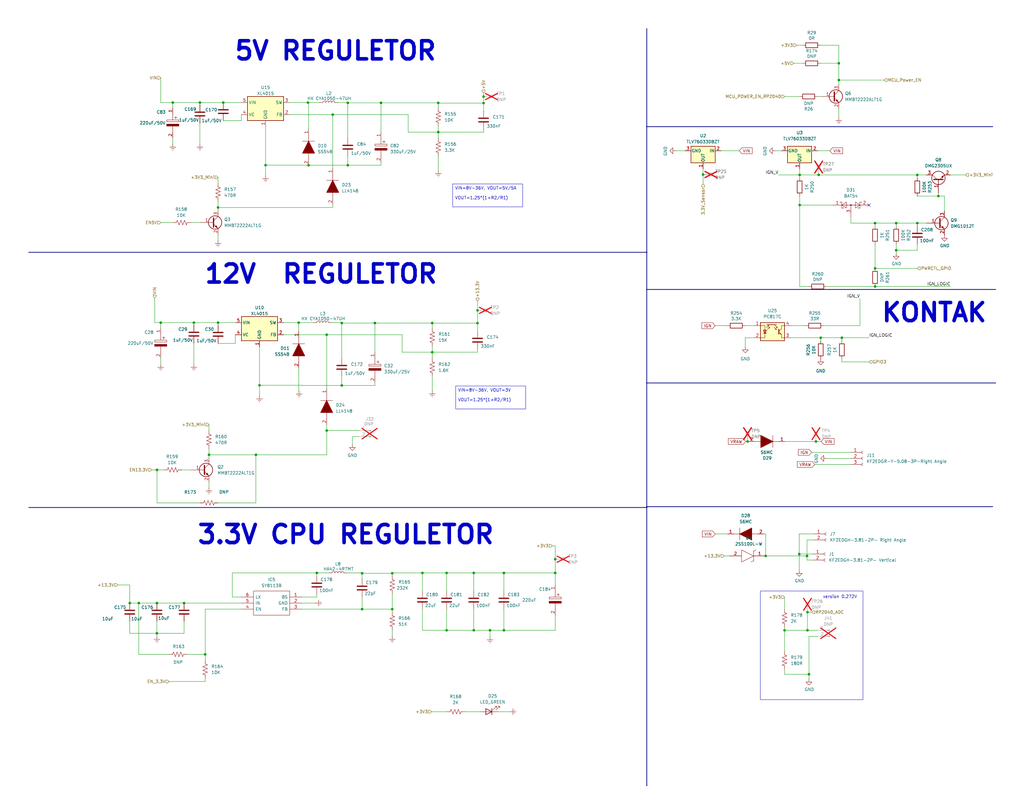
<source format=kicad_sch>
(kicad_sch (version 20231120) (generator "eeschema") (generator_version "8.0")
  (paper "User" 431 342)
  (junction (at 77.47 254))
  (junction (at 87.9567 191.5238))
  (junction (at 109.22 162.2591))
  (junction (at 66.04 266.7))
  (junction (at 295.91 73.4937))
  (junction (at 81.6019 135.89))
  (junction (at 314.6262 185.9298))
  (junction (at 133.35 241.3))
  (junction (at 66.04 254))
  (junction (at 200.9867 136.109))
  (junction (at 212.09 265.43))
  (junction (at 84.1419 43.18))
  (junction (at 160.3467 43.3232))
  (junction (at 181.9367 148.3438))
  (junction (at 386.08 73.66))
  (junction (at 345.44 142.24))
  (junction (at 129.5952 43.18))
  (junction (at 272.2111 106.2507) (diameter 0.3048))
  (junction (at 368.3 93.98))
  (junction (at 91.7921 135.89))
  (junction (at 272.2111 161.29) (diameter 0.3048))
  (junction (at 137.4867 181.3307))
  (junction (at 339.8499 265.43))
  (junction (at 368.3 120.65))
  (junction (at 72.7125 43.18))
  (junction (at 344.5606 73.66))
  (junction (at 368.3 113.03))
  (junction (at 184.4767 55.6338))
  (junction (at 212.09 241.3))
  (junction (at 330.2 265.43))
  (junction (at 354.33 142.24))
  (junction (at 203.5267 40.6677))
  (junction (at 137.4867 140.97))
  (junction (at 336.3771 233.348))
  (junction (at 111.76 69.5491))
  (junction (at 107.7044 191.5238))
  (junction (at 377.19 105.41))
  (junction (at 165.1 241.4213))
  (junction (at 152.4 241.4213))
  (junction (at 336.55 86.36))
  (junction (at 336.55 73.66))
  (junction (at 339.6674 234.1477))
  (junction (at 129.8667 69.6038))
  (junction (at 272.2111 121.92) (diameter 0.3048))
  (junction (at 322.2448 234.1477))
  (junction (at 206.248 265.43))
  (junction (at 177.8 241.3))
  (junction (at 200.9867 130.7165))
  (junction (at 377.19 93.98))
  (junction (at 394.97 82.55))
  (junction (at 233.68 241.3))
  (junction (at 272.2111 53.34) (diameter 0.3048))
  (junction (at 340.4851 283.9561))
  (junction (at 143.8367 162.3138))
  (junction (at 187.96 265.43))
  (junction (at 66.0848 197.8738))
  (junction (at 91.7667 87.3838))
  (junction (at 152.4 256.54))
  (junction (at 146.3767 43.3232))
  (junction (at 140.0267 48.26))
  (junction (at 199.39 241.3))
  (junction (at 353.06 33.7136))
  (junction (at 67.6367 135.89))
  (junction (at 339.8499 257.81))
  (junction (at 386.08 93.98))
  (junction (at 54.61 254))
  (junction (at 343.4226 185.9298))
  (junction (at 157.8067 136.0332))
  (junction (at 272.2111 213.36) (diameter 0.3048))
  (junction (at 181.8942 136.0332))
  (junction (at 143.8367 136.0332))
  (junction (at 93.98 43.18))
  (junction (at 86.36 275.59))
  (junction (at 353.06 26.67))
  (junction (at 58.42 254))
  (junction (at 272.2111 213.7291) (diameter 0.3048))
  (junction (at 125.6954 135.89))
  (junction (at 203.5267 43.399))
  (junction (at 165.1 256.54))
  (junction (at 187.96 241.3))
  (junction (at 146.3767 69.6038))
  (junction (at 184.4342 43.3232))
  (junction (at 233.68 235.5096))
  (junction (at 199.39 265.43))
  (no_connect (at 365.76 86.36))
  (wire (pts (xy 81.6019 135.89) (xy 91.7921 135.89)))
  (wire (pts (xy 86.36 275.59) (xy 86.36 278.13)))
  (wire (pts (xy 140.0267 87.3838) (xy 140.0267 86.1138)))
  (wire (pts (xy 91.7667 88.6167) (xy 91.7825 88.6167)))
  (wire (pts (xy 177.8 241.3) (xy 165.1 241.3)))
  (wire (pts (xy 129.8667 54.3638) (xy 129.8667 43.18)))
  (wire (pts (xy 181.61 299.72) (xy 187.96 299.72)))
  (wire (pts (xy 137.4867 178.8238) (xy 137.4867 181.3307)))
  (wire (pts (xy 97.79 251.46) (xy 97.79 241.3)))
  (wire (pts (xy 143.8367 158.5038) (xy 143.8367 162.3138)))
  (wire (pts (xy 358.14 93.98) (xy 368.3 93.98)))
  (wire (pts (xy 133.35 241.3) (xy 133.35 242.57)))
  (wire (pts (xy 58.42 254) (xy 66.04 254)))
  (bus (pts (xy 272.2111 213.36) (xy 417.83 213.36)) (stroke (width 0.3048)))
  (wire (pts (xy 111.76 69.5491) (xy 111.76 73.1676)))
  (wire (pts (xy 169.2367 148.3438) (xy 181.9367 148.3438)))
  (wire (pts (xy 203.5267 40.6677) (xy 203.5267 43.399)))
  (wire (pts (xy 203.5267 43.399) (xy 203.5267 46.7438)))
  (wire (pts (xy 157.8067 162.3138) (xy 143.8367 162.3138)))
  (wire (pts (xy 336.55 73.66) (xy 344.5606 73.66)))
  (wire (pts (xy 165.1 241.3) (xy 165.1 241.4213)))
  (bus (pts (xy 272.2111 161.29) (xy 419.1 161.29)) (stroke (width 0.3048)))
  (wire (pts (xy 81.6019 137.16) (xy 81.6067 137.16)))
  (wire (pts (xy 339.6674 234.1477) (xy 339.6674 235.888)))
  (wire (pts (xy 377.19 102.87) (xy 377.19 105.41)))
  (wire (pts (xy 54.61 266.7) (xy 66.04 266.7)))
  (wire (pts (xy 284.48 63.5) (xy 288.29 63.5)))
  (wire (pts (xy 80.3367 93.6967) (xy 80.3367 93.7338)))
  (wire (pts (xy 326.39 63.5) (xy 328.93 63.5)))
  (wire (pts (xy 109.22 162.2591) (xy 109.22 165.8776)))
  (wire (pts (xy 91.7667 101.3538) (xy 91.7667 98.7767)))
  (wire (pts (xy 314.6262 185.9298) (xy 315.132 185.9298)))
  (wire (pts (xy 339.8499 257.81) (xy 339.8499 265.43)))
  (wire (pts (xy 137.4867 181.3307) (xy 151.13 181.3307)))
  (wire (pts (xy 111.76 53.34) (xy 111.76 69.5491)))
  (wire (pts (xy 199.39 256.54) (xy 199.39 265.43)))
  (wire (pts (xy 199.39 265.43) (xy 206.248 265.43)))
  (wire (pts (xy 87.9542 191.5238) (xy 87.9542 192.835)))
  (wire (pts (xy 304.7183 234.112) (xy 304.7183 234.1477)))
  (wire (pts (xy 75.2542 197.915) (xy 75.2542 197.8738)))
  (wire (pts (xy 195.58 299.72) (xy 201.93 299.72)))
  (wire (pts (xy 66.04 267.97) (xy 66.04 266.7)))
  (wire (pts (xy 143.51 136.0332) (xy 143.8367 136.0332)))
  (wire (pts (xy 143.8367 136.0332) (xy 157.8067 136.0332)))
  (wire (pts (xy 160.3467 55.6338) (xy 160.3467 43.3232)))
  (wire (pts (xy 91.7667 98.7767) (xy 91.7825 98.7767)))
  (wire (pts (xy 317.5 142.24) (xy 313.69 142.24)))
  (wire (pts (xy 397.51 82.55) (xy 394.97 82.55)))
  (wire (pts (xy 206.248 265.43) (xy 206.248 268.224)))
  (wire (pts (xy 84.1419 43.18) (xy 93.98 43.18)))
  (wire (pts (xy 199.39 241.3) (xy 187.96 241.3)))
  (bus (pts (xy 272.2111 161.29) (xy 272.2111 213.36)) (stroke (width 0.3048)))
  (wire (pts (xy 353.06 26.67) (xy 345.44 26.67)))
  (wire (pts (xy 165.1 257.81) (xy 165.1 256.54)))
  (wire (pts (xy 336.55 86.36) (xy 350.52 86.36)))
  (wire (pts (xy 233.68 259.08) (xy 233.68 265.43)))
  (wire (pts (xy 132.0501 135.89) (xy 132.0501 135.8854)))
  (wire (pts (xy 121.92 43.18) (xy 129.5952 43.18)))
  (bus (pts (xy 12.0996 213.7291) (xy 272.2111 213.7291)) (stroke (width 0.3048)))
  (wire (pts (xy 336.55 73.66) (xy 336.55 74.93)))
  (wire (pts (xy 87.9567 178.8238) (xy 87.9567 181.3638)))
  (wire (pts (xy 342.222 235.888) (xy 339.6674 235.888)))
  (wire (pts (xy 66.04 254) (xy 77.47 254)))
  (wire (pts (xy 157.8067 161.0438) (xy 157.8067 162.3138)))
  (wire (pts (xy 209.55 299.72) (xy 214.63 299.72)))
  (wire (pts (xy 67.6367 138.1838) (xy 67.6367 135.89)))
  (wire (pts (xy 87.9567 191.5238) (xy 107.7044 191.5238)))
  (wire (pts (xy 345.612 185.9298) (xy 343.4226 185.9298)))
  (wire (pts (xy 140.0267 48.26) (xy 140.0267 70.8738)))
  (wire (pts (xy 67.6367 135.89) (xy 81.6019 135.89)))
  (bus (pts (xy 12.0738 106.2507) (xy 272.2111 106.2507)) (stroke (width 0.3048)))
  (wire (pts (xy 137.4867 181.3307) (xy 137.4867 191.5238)))
  (wire (pts (xy 54.61 261.62) (xy 54.61 266.7)))
  (wire (pts (xy 330.2 251.46) (xy 330.2 256.54)))
  (wire (pts (xy 91.7667 74.6838) (xy 91.7667 77.2238)))
  (wire (pts (xy 336.55 71.12) (xy 336.55 73.66)))
  (wire (pts (xy 386.08 93.98) (xy 389.89 93.98)))
  (wire (pts (xy 101.6 251.46) (xy 97.79 251.46)))
  (wire (pts (xy 109.22 146.05) (xy 109.22 162.2591)))
  (wire (pts (xy 101.6 256.54) (xy 86.36 256.54)))
  (wire (pts (xy 368.3 113.03) (xy 386.08 113.03)))
  (wire (pts (xy 353.06 26.67) (xy 353.06 33.7136)))
  (wire (pts (xy 133.35 241.3) (xy 138.43 241.3)))
  (wire (pts (xy 67.6367 93.7338) (xy 72.7167 93.7338)))
  (wire (pts (xy 181.9367 148.3438) (xy 181.9367 150.8838)))
  (wire (pts (xy 137.4867 140.97) (xy 169.2367 140.97)))
  (wire (pts (xy 177.8 241.3) (xy 177.8 248.92)))
  (wire (pts (xy 187.96 241.3) (xy 177.8 241.3)))
  (wire (pts (xy 330.2 283.9561) (xy 340.4851 283.9561)))
  (wire (pts (xy 157.8067 148.3438) (xy 157.8067 136.0332)))
  (wire (pts (xy 65.0967 125.4838) (xy 65.0967 135.89)))
  (wire (pts (xy 212.09 256.54) (xy 212.09 265.43)))
  (wire (pts (xy 86.36 287.02) (xy 86.36 285.75)))
  (wire (pts (xy 171.7767 55.6338) (xy 184.4767 55.6338)))
  (wire (pts (xy 212.09 241.3) (xy 212.09 248.92)))
  (wire (pts (xy 78.74 275.59) (xy 86.36 275.59)))
  (wire (pts (xy 165.1 250.19) (xy 165.1 256.54)))
  (wire (pts (xy 129.8667 69.5491) (xy 129.8667 69.6038)))
  (wire (pts (xy 146.05 43.3232) (xy 146.3767 43.3232)))
  (wire (pts (xy 353.06 33.7136) (xy 372.11 33.7136)))
  (wire (pts (xy 67.6367 150.8838) (xy 67.6367 153.4238)))
  (wire (pts (xy 336.3771 224.8877) (xy 336.3771 233.348)))
  (wire (pts (xy 93.98 50.8) (xy 101.6 50.8)))
  (wire (pts (xy 148.336 183.896) (xy 148.336 187.198)))
  (bus (pts (xy 272.2111 53.34) (xy 272.2111 106.2507)) (stroke (width 0.3048)))
  (bus (pts (xy 272.2111 121.92) (xy 419.1 121.92)) (stroke (width 0.3048)))
  (wire (pts (xy 151.13 183.896) (xy 148.336 183.896)))
  (wire (pts (xy 184.4767 55.6338) (xy 184.4767 58.1738)))
  (wire (pts (xy 200.9867 136.109) (xy 200.9867 139.4538)))
  (bus (pts (xy 272.2111 121.92) (xy 272.2111 161.29)) (stroke (width 0.3048)))
  (wire (pts (xy 184.4342 43.3232) (xy 184.4767 43.3232)))
  (wire (pts (xy 87.9542 205.4938) (xy 87.9567 205.4938)))
  (wire (pts (xy 212.09 241.3) (xy 199.39 241.3)))
  (wire (pts (xy 72.7125 58.1395) (xy 72.7125 60.7138)))
  (wire (pts (xy 339.6674 227.4277) (xy 339.6674 234.1477)))
  (wire (pts (xy 303.53 63.5) (xy 311.15 63.5)))
  (wire (pts (xy 184.4767 53.0938) (xy 184.4767 55.6338)))
  (wire (pts (xy 81.6067 137.16) (xy 81.6067 136.9138)))
  (wire (pts (xy 181.9367 148.3438) (xy 200.9867 148.3438)))
  (wire (pts (xy 313.862 185.9298) (xy 314.6262 185.9298)))
  (wire (pts (xy 386.08 102.87) (xy 386.08 105.41)))
  (wire (pts (xy 87.9567 188.9838) (xy 87.9567 191.5238)))
  (wire (pts (xy 146.3767 65.7938) (xy 146.3767 69.6038)))
  (wire (pts (xy 129.8667 43.18) (xy 129.5952 43.18)))
  (wire (pts (xy 313.69 137.16) (xy 317.5 137.16)))
  (wire (pts (xy 63.8267 197.8738) (xy 66.0848 197.8738)))
  (wire (pts (xy 109.22 162.2591) (xy 127.3267 162.2591)))
  (bus (pts (xy 272.2111 106.2507) (xy 272.2111 121.92)) (stroke (width 0.3048)))
  (wire (pts (xy 233.68 229.87) (xy 233.68 235.5096)))
  (wire (pts (xy 300.99 137.16) (xy 306.07 137.16)))
  (wire (pts (xy 336.55 86.36) (xy 336.55 120.65)))
  (wire (pts (xy 146.3767 43.3232) (xy 160.3467 43.3232)))
  (wire (pts (xy 54.61 254) (xy 58.42 254)))
  (wire (pts (xy 322.2448 224.8972) (xy 322.2448 234.1477)))
  (wire (pts (xy 65.0967 135.89) (xy 67.6367 135.89)))
  (wire (pts (xy 340.4851 283.9561) (xy 340.4851 285.9585)))
  (wire (pts (xy 386.08 95.25) (xy 386.08 93.98)))
  (wire (pts (xy 336.3771 233.348) (xy 336.3771 240.1882)))
  (wire (pts (xy 101.6 50.8) (xy 101.6 48.26)))
  (wire (pts (xy 332.74 137.16) (xy 339.09 137.16)))
  (wire (pts (xy 77.47 254) (xy 101.6 254)))
  (wire (pts (xy 181.9367 138.1838) (xy 181.9367 136.0332)))
  (wire (pts (xy 152.4 241.3) (xy 152.4 241.4213)))
  (wire (pts (xy 49.53 246.38) (xy 54.61 246.38)))
  (wire (pts (xy 394.97 82.55) (xy 394.97 81.28)))
  (wire (pts (xy 181.9367 145.8038) (xy 181.9367 148.3438)))
  (wire (pts (xy 111.76 69.5491) (xy 129.8667 69.5491)))
  (wire (pts (xy 353.06 45.72) (xy 353.06 49.53)))
  (wire (pts (xy 160.3467 43.3232) (xy 184.4342 43.3232)))
  (bus (pts (xy 272.2111 213.36) (xy 272.2111 213.7291)) (stroke (width 0.3048)))
  (wire (pts (xy 125.73 154.94) (xy 125.73 164.7013)))
  (wire (pts (xy 233.68 246.38) (xy 233.68 241.3)))
  (wire (pts (xy 199.39 241.3) (xy 199.39 248.92)))
  (wire (pts (xy 200.9867 126.7538) (xy 200.9867 130.7165)))
  (wire (pts (xy 200.9867 136.109) (xy 181.8942 136.109)))
  (wire (pts (xy 84.1419 44.45) (xy 84.1419 43.18)))
  (bus (pts (xy 272.2111 213.7291) (xy 272.2111 330.8199)) (stroke (width 0.3048)))
  (wire (pts (xy 233.68 235.5096) (xy 233.68 241.3)))
  (wire (pts (xy 66.04 261.62) (xy 66.04 266.7)))
  (wire (pts (xy 342.9 195.58) (xy 358.0952 195.58)))
  (wire (pts (xy 233.68 241.3) (xy 212.09 241.3)))
  (wire (pts (xy 184.4767 55.6338) (xy 203.5267 55.6338)))
  (wire (pts (xy 119.38 140.97) (xy 137.4867 140.97)))
  (wire (pts (xy 203.5267 55.6338) (xy 203.5267 54.3638)))
  (wire (pts (xy 187.96 241.3) (xy 187.96 248.92)))
  (wire (pts (xy 107.7044 211.7633) (xy 107.7044 191.5238)))
  (wire (pts (xy 330.2 265.43) (xy 330.2 274.32)))
  (wire (pts (xy 127.3267 162.3138) (xy 143.8367 162.3138)))
  (wire (pts (xy 353.06 33.7136) (xy 353.06 35.56)))
  (wire (pts (xy 91.7667 87.3838) (xy 140.0267 87.3838)))
  (wire (pts (xy 84.1625 93.6967) (xy 80.3367 93.6967)))
  (wire (pts (xy 295.91 71.12) (xy 295.91 73.4937)))
  (wire (pts (xy 353.06 19.05) (xy 353.06 26.67)))
  (wire (pts (xy 304.7183 234.1477) (xy 307.0048 234.1477)))
  (wire (pts (xy 344.17 265.43) (xy 339.8499 265.43)))
  (wire (pts (xy 361.95 137.16) (xy 346.71 137.16)))
  (wire (pts (xy 152.4 251.46) (xy 152.4 256.54)))
  (wire (pts (xy 75.2542 197.8738) (xy 76.5267 197.8738)))
  (wire (pts (xy 84.1467 44.45) (xy 84.1467 44.2038)))
  (wire (pts (xy 91.7921 144.6065) (xy 99.06 144.6065)))
  (wire (pts (xy 295.91 73.4937) (xy 295.91 77.47)))
  (wire (pts (xy 86.36 256.54) (xy 86.36 275.59)))
  (wire (pts (xy 160.3467 68.3338) (xy 160.3467 69.6038)))
  (wire (pts (xy 67.6367 32.7738) (xy 67.6367 43.18)))
  (wire (pts (xy 125.6954 135.89) (xy 132.0501 135.89)))
  (wire (pts (xy 377.19 105.41) (xy 386.08 105.41)))
  (wire (pts (xy 81.6067 144.5338) (xy 81.6067 153.4238)))
  (wire (pts (xy 91.7921 135.89) (xy 99.06 135.89)))
  (wire (pts (xy 151.13 181.3307) (xy 151.13 181.356)))
  (wire (pts (xy 368.3 93.98) (xy 368.3 95.25)))
  (wire (pts (xy 184.4342 43.399) (xy 184.4342 43.3232)))
  (wire (pts (xy 344.17 267.97) (xy 340.4851 267.97)))
  (wire (pts (xy 344.5606 73.66) (xy 386.08 73.66)))
  (wire (pts (xy 342.6375 224.8877) (xy 336.3771 224.8877)))
  (wire (pts (xy 146.05 43.1754) (xy 146.05 43.3232)))
  (wire (pts (xy 66.0848 197.8738) (xy 68.9067 197.8738)))
  (wire (pts (xy 87.9542 202.995) (xy 87.9542 205.4938)))
  (wire (pts (xy 233.68 265.43) (xy 212.09 265.43)))
  (wire (pts (xy 336.55 82.55) (xy 336.55 86.36)))
  (wire (pts (xy 71.12 287.02) (xy 86.36 287.02)))
  (wire (pts (xy 125.6954 139.7) (xy 125.73 139.7)))
  (wire (pts (xy 377.19 105.41) (xy 377.19 106.68)))
  (wire (pts (xy 345.44 19.05) (xy 353.06 19.05)))
  (wire (pts (xy 165.1 256.54) (xy 152.4 256.54)))
  (wire (pts (xy 160.3467 69.6038) (xy 146.3767 69.6038)))
  (wire (pts (xy 91.7921 135.89) (xy 91.7921 136.9865)))
  (wire (pts (xy 306.2339 224.8877) (xy 301.0365 224.8877)))
  (wire (pts (xy 109.2247 165.8776) (xy 109.2247 166.707)))
  (wire (pts (xy 345.44 142.24) (xy 332.74 142.24)))
  (wire (pts (xy 187.96 265.43) (xy 199.39 265.43)))
  (wire (pts (xy 72.7125 45.4395) (xy 72.7125 43.18)))
  (wire (pts (xy 143.51 135.8854) (xy 139.6701 135.8854)))
  (wire (pts (xy 133.35 250.19) (xy 133.35 251.46)))
  (wire (pts (xy 340.4851 267.97) (xy 340.4851 283.9561)))
  (wire (pts (xy 66.0848 211.7633) (xy 66.0848 197.8738)))
  (wire (pts (xy 334.01 26.67) (xy 337.82 26.67)))
  (wire (pts (xy 339.6674 227.4277) (xy 342.6375 227.4277)))
  (wire (pts (xy 330.2 281.94) (xy 330.2 283.9561)))
  (wire (pts (xy 203.5267 39.1238) (xy 203.5267 40.6677)))
  (wire (pts (xy 66.04 266.7) (xy 77.47 266.7)))
  (wire (pts (xy 87.9542 191.5238) (xy 87.9567 191.5238)))
  (wire (pts (xy 386.08 74.93) (xy 386.08 73.66)))
  (wire (pts (xy 181.8942 136.109) (xy 181.8942 136.0332)))
  (wire (pts (xy 58.42 275.59) (xy 58.42 254)))
  (wire (pts (xy 129.5952 43.18) (xy 129.5952 43.1754)))
  (wire (pts (xy 54.61 246.38) (xy 54.61 254)))
  (wire (pts (xy 232.41 229.87) (xy 233.68 229.87)))
  (wire (pts (xy 165.1 242.57) (xy 165.1 241.4213)))
  (wire (pts (xy 125.73 164.7013) (xy 125.8771 164.7013)))
  (wire (pts (xy 146.05 43.1754) (xy 142.2101 43.1754)))
  (wire (pts (xy 84.1515 211.7633) (xy 66.0848 211.7633)))
  (wire (pts (xy 140.0267 48.26) (xy 171.7767 48.26)))
  (bus (pts (xy 272.2111 330.8199) (xy 272.3431 330.8199)))
  (wire (pts (xy 121.92 48.26) (xy 140.0267 48.26)))
  (wire (pts (xy 330.2 264.16) (xy 330.2 265.43)))
  (wire (pts (xy 165.1 241.4213) (xy 152.4 241.4213)))
  (wire (pts (xy 344.17 63.5) (xy 349.25 63.5)))
  (wire (pts (xy 347.98 120.65) (xy 368.3 120.65)))
  (wire (pts (xy 184.4767 45.4738) (xy 184.4767 43.3232)))
  (wire (pts (xy 361.95 125.73) (xy 361.95 137.16)))
  (wire (pts (xy 111.7647 73.1676) (xy 111.7647 73.997)))
  (wire (pts (xy 152.4 256.54) (xy 127 256.54)))
  (wire (pts (xy 354.33 142.24) (xy 345.44 142.24)))
  (wire (pts (xy 129.5952 43.1754) (xy 134.5901 43.1754)))
  (wire (pts (xy 157.8067 136.0332) (xy 181.8942 136.0332)))
  (wire (pts (xy 77.47 261.62) (xy 77.47 266.7)))
  (wire (pts (xy 377.19 93.98) (xy 377.19 95.25)))
  (wire (pts (xy 137.4867 140.97) (xy 137.4867 163.5838)))
  (wire (pts (xy 400.05 120.65) (xy 368.3 120.65)))
  (wire (pts (xy 206.248 265.43) (xy 212.09 265.43)))
  (wire (pts (xy 327.66 73.66) (xy 336.55 73.66)))
  (wire (pts (xy 72.7125 60.7138) (xy 72.7167 60.7138)))
  (wire (pts (xy 306.2339 224.8972) (xy 306.2339 224.8877)))
  (wire (pts (xy 72.7125 43.18) (xy 84.1419 43.18)))
  (wire (pts (xy 177.8 256.54) (xy 177.8 265.43)))
  (wire (pts (xy 143.8367 136.0332) (xy 143.8367 150.8838)))
  (wire (pts (xy 200.9867 148.3438) (xy 200.9867 147.0738)))
  (wire (pts (xy 347.98 193.04) (xy 358.0952 193.04)))
  (wire (pts (xy 341.63 257.81) (xy 339.8499 257.81)))
  (wire (pts (xy 99.06 144.6065) (xy 99.06 140.97)))
  (wire (pts (xy 146.3767 43.3232) (xy 146.3767 58.1738)))
  (wire (pts (xy 339.8499 265.43) (xy 330.2 265.43)))
  (wire (pts (xy 365.76 152.4) (xy 354.33 152.4)))
  (wire (pts (xy 177.8 265.43) (xy 187.96 265.43)))
  (wire (pts (xy 129.8667 69.6038) (xy 146.3767 69.6038)))
  (wire (pts (xy 127.3267 162.2591) (xy 127.3267 162.3138)))
  (wire (pts (xy 368.3 102.87) (xy 368.3 113.03)))
  (wire (pts (xy 109.22 165.8776) (xy 109.2247 165.8776)))
  (wire (pts (xy 397.51 82.55) (xy 397.51 88.9)))
  (wire (pts (xy 184.4767 65.7938) (xy 184.4767 71.8898)))
  (wire (pts (xy 84.1419 44.45) (xy 84.1467 44.45)))
  (wire (pts (xy 386.08 93.98) (xy 377.19 93.98)))
  (wire (pts (xy 67.6367 43.18) (xy 72.7125 43.18)))
  (wire (pts (xy 187.96 256.54) (xy 187.96 265.43)))
  (wire (pts (xy 354.33 142.24) (xy 365.76 142.24)))
  (wire (pts (xy 336.3771 233.348) (xy 342.222 233.348)))
  (wire (pts (xy 71.12 275.59) (xy 58.42 275.59)))
  (wire (pts (xy 400.05 73.66) (xy 406.4 73.66)))
  (wire (pts (xy 386.08 73.66) (xy 389.89 73.66)))
  (wire (pts (xy 340.36 120.65) (xy 336.55 120.65)))
  (wire (pts (xy 91.7667 87.3838) (xy 91.7667 88.6167)))
  (wire (pts (xy 200.9867 130.7165) (xy 200.9867 136.109)))
  (wire (pts (xy 377.19 93.98) (xy 368.3 93.98)))
  (wire (pts (xy 169.2367 140.97) (xy 169.2367 148.3438)))
  (wire (pts (xy 354.33 152.4) (xy 354.33 151.13)))
  (wire (pts (xy 203.5267 43.399) (xy 184.4342 43.399)))
  (wire (pts (xy 330.2 40.64) (xy 336.55 40.64)))
  (wire (pts (xy 341.63 190.5) (xy 358.0952 190.5)))
  (wire (pts (xy 75.2542 197.915) (xy 80.3342 197.915)))
  (wire (pts (xy 345.44 142.24) (xy 345.44 143.51)))
  (wire (pts (xy 91.7667 84.8438) (xy 91.7667 87.3838)))
  (wire (pts (xy 181.9367 158.5038) (xy 181.9367 164.5998)))
  (wire (pts (xy 81.6019 137.16) (xy 81.6019 135.89)))
  (wire (pts (xy 322.2448 234.1477) (xy 339.6674 234.1477)))
  (wire (pts (xy 171.7767 48.26) (xy 171.7767 55.6338)))
  (wire (pts (xy 133.35 251.46) (xy 127 251.46)))
  (wire (pts (xy 354.33 143.51) (xy 354.33 142.24)))
  (wire (pts (xy 146.05 241.3) (xy 152.4 241.3)))
  (wire (pts (xy 84.1467 51.8238) (xy 84.1467 60.7138)))
  (wire (pts (xy 330.372 185.9298) (xy 343.4226 185.9298)))
  (wire (pts (xy 335.28 19.05) (xy 337.82 19.05)))
  (wire (pts (xy 107.7044 191.5238) (xy 137.4867 191.5238)))
  (wire (pts (xy 165.1 265.43) (xy 165.1 267.97)))
  (wire (pts (xy 119.38 135.89) (xy 125.6954 135.89)))
  (wire (pts (xy 344.17 40.64) (xy 345.44 40.64)))
  (wire (pts (xy 313.69 142.24) (xy 313.69 146.05)))
  (wire (pts (xy 127 254) (xy 132.8116 254)))
  (wire (pts (xy 181.8942 136.0332) (xy 181.9367 136.0332)))
  (wire (pts (xy 143.51 135.8854) (xy 143.51 136.0332)))
  (wire (pts (xy 386.08 82.55) (xy 394.97 82.55)))
  (bus (pts (xy 272.2111 53.34) (xy 417.83 53.34)) (stroke (width 0.3048)))
  (wire (pts (xy 93.98 43.18) (xy 101.6 43.18)))
  (wire (pts (xy 321.4739 224.8972) (xy 322.2448 224.8972)))
  (bus (pts (xy 272.2111 12.0238) (xy 272.2111 53.34)) (stroke (width 0.3048)))
  (wire (pts (xy 152.4 241.4213) (xy 152.4 243.84)))
  (wire (pts (xy 111.76 73.1676) (xy 111.7647 73.1676)))
  (wire (pts (xy 97.79 241.3) (xy 133.35 241.3)))
  (wire (pts (xy 91.7715 211.7633) (xy 107.7044 211.7633)))
  (wire (pts (xy 125.6954 135.89) (xy 125.6954 139.7)))
  (wire (pts (xy 358.14 91.44) (xy 358.14 93.98)))
  (rectangle (start 320.04 248.92) (end 363.22 294.64))
  (text_box "VIN=8V-36V, VOUT=3V\n\nVOUT=1.25*(1+R2/R1)" (at 191.77 162.56 0) (size 29.464 9.652) (effects (font (size 1.27 1.27)) (justify left top)))
  (text_box "VIN=8V-36V, VOUT=5V/5A\n\nVOUT=1.25*(1+R2/R1)" (at 190.5 77.47 0) (size 29.464 9.652) (effects (font (size 1.27 1.27)) (justify left top)))
  (text "KONTAK" (at 393.192 131.826 0) (effects (font (size 7.62 7.62) (thickness 1.524) (bold yes))))
  (text "12V  REGULETOR\n" (at 135.128 115.57 0) (effects (font (size 7.62 7.62) (thickness 1.524) (bold yes))))
  (text "3.3V CPU REGULETOR\n" (at 145.542 225.298 0) (effects (font (size 7.62 7.62) (thickness 1.524) (bold yes))))
  (text "version 0.272V\n" (at 353.568 251.46 0) (effects (font (size 1.27 1.27))))
  (text "5V REGULETOR\n" (at 141.224 21.59 0) (effects (font (size 7.62 7.62) (thickness 1.524) (bold yes))))
  (label "IGN_V" (at 327.66 73.66 180))
  (label "IGN_V" (at 361.95 125.73 180))
  (label "IGN_LOGIC" (at 365.76 142.24 0))
  (label "IGN_LOGIC" (at 400.05 120.65 180))
  (global_label "VIN" (shape input) (at 311.15 63.5 0) (property "Intersheetrefs" "${INTERSHEET_REFS}" (effects (hide yes))))
  (global_label "VRAW" (shape input) (at 342.9 195.58 180) (property "Intersheetrefs" "${INTERSHEET_REFS}" (effects (hide yes))))
  (global_label "IGN" (shape input) (at 300.99 137.16 180) (property "Intersheetrefs" "${INTERSHEET_REFS}" (effects (hide yes))))
  (global_label "VIN" (shape input) (at 301.0365 224.8877 180) (property "Intersheetrefs" "${INTERSHEET_REFS}" (effects (hide yes))))
  (global_label "VRAW" (shape input) (at 313.862 185.9298 180) (property "Intersheetrefs" "${INTERSHEET_REFS}" (effects (hide yes))))
  (global_label "VIN" (shape input) (at 345.612 185.9298 0) (property "Intersheetrefs" "${INTERSHEET_REFS}" (effects (hide yes))))
  (global_label "VIN" (shape input) (at 349.25 63.5 0) (property "Intersheetrefs" "${INTERSHEET_REFS}" (effects (hide yes))))
  (global_label "IGN" (shape input) (at 341.63 190.5 180) (property "Intersheetrefs" "${INTERSHEET_REFS}" (effects (hide yes))))
  (hierarchical_label "EN5V" (shape input) (at 67.6367 93.7338 180))
  (hierarchical_label "MCU_POWER_EN_RP2040" (shape input) (at 330.2 40.64 180))
  (hierarchical_label "RP2040_ADC" (shape input) (at 341.63 257.81 0))
  (hierarchical_label "+13.3V" (shape input) (at 49.53 246.38 180))
  (hierarchical_label "+5V" (shape input) (at 203.5267 39.1238 90))
  (hierarchical_label "+3V3_Mini" (shape input) (at 406.4 73.66 0))
  (hierarchical_label "+5V" (shape input) (at 334.01 26.67 180))
  (hierarchical_label "VIN" (shape input) (at 65.0967 125.4838 90))
  (hierarchical_label "EN_3.3V" (shape input) (at 71.12 287.02 180))
  (hierarchical_label "EN13.3V" (shape input) (at 63.8267 197.8738 180))
  (hierarchical_label "MCU_Power_EN" (shape input) (at 372.11 33.7136 0))
  (hierarchical_label "+3V3_Mini" (shape input) (at 91.7667 74.6838 180))
  (hierarchical_label "+3V3_Mini" (shape input) (at 87.9567 178.8238 180))
  (hierarchical_label "+3V3" (shape input) (at 330.2 251.46 180))
  (hierarchical_label "+13.3V" (shape input) (at 200.9867 126.7538 90))
  (hierarchical_label "VIN" (shape input) (at 67.6367 32.7738 180))
  (hierarchical_label "PWRCTL_GPIO" (shape input) (at 386.08 113.03 0))
  (hierarchical_label "GPIO3" (shape input) (at 365.76 152.4 0))
  (hierarchical_label "+3V3" (shape input) (at 181.61 299.72 180))
  (hierarchical_label "+3V3" (shape input) (at 232.41 229.87 180))
  (hierarchical_label "+13.3V" (shape input) (at 304.7183 234.112 180))
  (hierarchical_label "3.3V_Sensor" (shape input) (at 295.91 77.47 270))
  (hierarchical_label "+3V3" (shape input) (at 335.28 19.05 180))
  (symbol (lib_id "Device:R_US") (at 181.9367 154.6938 0) (unit 1)
    (property "Reference" "R162" (at 184.4767 153.4237 0) (effects (justify left)))
    (property "Value" "1.6K" (at 184.4767 155.9637 0) (effects (justify left)))
    (property "Footprint" "Resistor_SMD:R_0603_1608Metric" (effects (hide yes)))
    (property "Description" "Resistor, US symbol" (effects (hide yes)))
    (property "MPN" "0603WAF1601T5E" (effects (hide yes)))
  )
  (symbol (lib_id "Device:R") (at 309.88 137.16 270) (unit 1)
    (property "Reference" "R254" (at 309.88 131.9022 90))
    (property "Value" "3.3K" (at 309.88 134.2136 90))
    (property "Footprint" "Resistor_SMD:R_0603_1608Metric" (effects (hide yes)))
    (property "MPN" "0603WAF3301T5E" (effects (hide yes)))
  )
  (symbol (lib_id "power:GND") (at 284.48 63.5 270) (unit 1)
    (property "Reference" "#PWR0125" (effects (hide yes)))
    (property "Value" "GND" (at 280.0858 63.627 0))
  )
  (symbol (lib_id "Device:L") (at 135.8601 135.8854 90) (unit 1)
    (property "Reference" "L3" (at 135.8601 132.0754 90))
    (property "Value" "HX CYA1050-47UH" (at 136.0742 134.1794 90))
    (property "Footprint" "CYA1050-47UH:L_Bourns_SRR1208_12.7x12.7mm" (effects (hide yes)))
    (property "MPN" "HX CYA1050-47UH" (effects (hide yes)))
  )
  (symbol (lib_id "SS54B:SS54B") (at 129.8667 54.3638 270) (unit 1)
    (property "Reference" "D10" (at 133.6767 61.3488 90) (effects (justify left)))
    (property "Value" "SS54B" (at 133.6767 63.8888 90) (effects (justify left)))
    (property "Footprint" "Library:SS54B" (effects (hide yes)))
    (property "Datasheet" "https://datasheet.datasheetarchive.com/originals/distributors/Datasheets-3/DSA-43270.pdf" (effects (hide yes)))
    (property "Description" "HY Electronic Corp SS54B, SMT Rectifier Schottky Diode, 40V 5A, 2-Pin SMB" (effects (hide yes)))
    (property "Height" "2.44" (effects (hide yes)))
    (property "Manufacturer_Name" "HY Electronic" (effects (hide yes)))
    (property "Manufacturer_Part_Number" "SS54B" (effects (hide yes)))
    (property "MPN" "SS54B" (effects (hide yes)))
  )
  (symbol (lib_id "Device:R_US") (at 181.9367 141.9938 0) (unit 1)
    (property "Reference" "R161" (at 184.4767 140.7237 0) (effects (justify left)))
    (property "Value" "15K" (at 184.4767 143.2637 0) (effects (justify left)))
    (property "Footprint" "Resistor_SMD:R_0603_1608Metric" (effects (hide yes)))
    (property "Description" "Resistor, US symbol" (effects (hide yes)))
    (property "MPN" "0603WAF1502T5E" (effects (hide yes)))
  )
  (symbol (lib_id "Device:R") (at 344.17 120.65 270) (unit 1)
    (property "Reference" "R260" (at 344.17 115.3922 90))
    (property "Value" "DNP" (at 344.17 117.7036 90))
    (property "Footprint" "Resistor_SMD:R_0603_1608Metric" (effects (hide yes)))
  )
  (symbol (lib_id "Device:R_US") (at 72.7167 197.8738 90) (unit 1)
    (property "Reference" "R159" (at 72.4627 192.2858 90))
    (property "Value" "10K" (at 72.4627 194.8258 90))
    (property "Footprint" "Resistor_SMD:R_0603_1608Metric" (effects (hide yes)))
    (property "Description" "Resistor, US symbol" (effects (hide yes)))
    (property "MPN" "0603WAF1002T5E" (effects (hide yes)))
  )
  (symbol (lib_id "Device:C") (at 187.96 252.73 180) (unit 1)
    (property "Reference" "C181" (at 189.484 250.444 0) (effects (justify right)))
    (property "Value" "22uF" (at 188.976 255.016 0) (effects (justify right)))
    (property "Footprint" "Capacitor_SMD:C_0603_1608Metric" (effects (hide yes)))
    (property "MPN" "CL10A226MQ8NRNC" (effects (hide yes)))
  )
  (symbol (lib_id "power:GND") (at 326.39 63.5 270) (unit 1)
    (property "Reference" "#PWR0124" (effects (hide yes)))
    (property "Value" "GND" (at 321.9958 63.627 0))
  )
  (symbol (lib_id "power:GND") (at 340.4851 285.9585 0) (unit 1)
    (property "Reference" "#PWR0237" (effects (hide yes)))
    (property "Value" "GND" (at 340.6121 290.3527 0))
  )
  (symbol (lib_id "Device:C") (at 177.8 252.73 180) (unit 1)
    (property "Reference" "C180" (at 179.324 250.444 0) (effects (justify right)))
    (property "Value" "22uF" (at 178.816 255.016 0) (effects (justify right)))
    (property "Footprint" "Capacitor_SMD:C_0603_1608Metric" (effects (hide yes)))
    (property "MPN" "CL10A226MQ8NRNC" (effects (hide yes)))
  )
  (symbol (lib_id "Device:R_US") (at 191.77 299.72 90) (unit 1)
    (property "Reference" "R168" (at 191.77 293.37 90))
    (property "Value" "2K" (at 191.77 295.91 90))
    (property "Footprint" "Resistor_SMD:R_0603_1608Metric" (effects (hide yes)))
    (property "Description" "Resistor, US symbol" (effects (hide yes)))
    (property "MPN" "0603WAF2001T5E" (effects (hide yes)))
  )
  (symbol (lib_id "Device:C") (at 152.4 247.65 180) (unit 1)
    (property "Reference" "C179" (at 153.924 245.364 0) (effects (justify right)))
    (property "Value" "22pF" (at 153.416 249.936 0) (effects (justify right)))
    (property "Footprint" "Capacitor_SMD:C_0603_1608Metric" (effects (hide yes)))
    (property "MPN" "CL10C220JB8NNNC" (effects (hide yes)))
  )
  (symbol (lib_id "Device:C") (at 133.35 246.38 180) (unit 1)
    (property "Reference" "C178" (at 134.874 244.094 0) (effects (justify right)))
    (property "Value" "100nF" (at 134.366 248.666 0) (effects (justify right)))
    (property "Footprint" "Capacitor_SMD:C_0603_1608Metric" (effects (hide yes)))
    (property "MPN" "0603B104K500NT" (effects (hide yes)))
  )
  (symbol (lib_id "Device:C") (at 54.61 257.81 180) (unit 1)
    (property "Reference" "C175" (at 48.006 255.778 0) (effects (justify right)))
    (property "Value" "10uF" (at 42.926 260.604 0) (effects (justify right)))
    (property "Footprint" "Capacitor_SMD:C_0603_1608Metric" (effects (hide yes)))
    (property "MPN" " CL10A106MO8NQNC" (effects (hide yes)))
  )
  (symbol (lib_id "power:Earth") (at 87.9567 205.4938 0) (unit 1)
    (property "Reference" "#PWR0193" (effects (hide yes)))
    (property "Value" "Earth" (effects (hide yes)))
    (property "Description" "Power symbol creates a global label with name \"Earth\"" (effects (hide yes)))
  )
  (symbol (lib_name "GND_1") (lib_id "power:GND") (at 148.336 187.198 0) (unit 1)
    (property "Reference" "#PWR0163" (effects (hide yes)))
    (property "Value" "GND" (at 148.336 191.77 0))
    (property "Description" "Power symbol creates a global label with name \"GND\" , ground" (effects (hide yes)))
  )
  (symbol (lib_id "Device:R") (at 368.3 116.84 180) (unit 1)
    (property "Reference" "R261" (at 373.5578 116.84 90))
    (property "Value" "DNP" (at 371.2464 116.84 90))
    (property "Footprint" "Resistor_SMD:R_0603_1608Metric" (effects (hide yes)))
  )
  (symbol (lib_id "power:Earth") (at 353.06 49.53 0) (unit 1)
    (property "Reference" "#PWR049" (effects (hide yes)))
    (property "Value" "Earth" (effects (hide yes)))
    (property "Description" "Power symbol creates a global label with name \"Earth\"" (effects (hide yes)))
  )
  (symbol (lib_id "power:Earth") (at 81.6067 153.4238 0) (unit 1)
    (property "Reference" "#PWR0192" (effects (hide yes)))
    (property "Value" "Earth" (effects (hide yes)))
    (property "Description" "Power symbol creates a global label with name \"Earth\"" (effects (hide yes)))
  )
  (symbol (lib_id "Device:L") (at 142.24 241.3 90) (unit 1)
    (property "Reference" "L8" (at 142.24 237.49 90))
    (property "Value" "HA42-4R7MT" (at 142.4541 239.594 90))
    (property "Footprint" "Pro V3:Inductor_0402_4.7uH" (effects (hide yes)))
    (property "MPN" "HA42-4R7MT" (effects (hide yes)))
  )
  (symbol (lib_id "Sensor_Proximity:SFH9201") (at 325.12 139.7 0) (unit 1)
    (property "Reference" "U25" (at 325.12 130.81 0))
    (property "Value" "PC817C" (at 325.12 133.35 0))
    (property "Footprint" "HDMI 2.0 TX:PC817" (effects (hide yes)))
    (property "MPN" "PC817C_4PIN_SMD" (effects (hide yes)))
  )
  (symbol (lib_id "Device:C") (at 386.08 99.06 180) (unit 1)
    (property "Reference" "C208" (at 387.604 96.774 0) (effects (justify right)))
    (property "Value" "100nF" (at 387.096 101.346 0) (effects (justify right)))
    (property "Footprint" "Capacitor_SMD:C_0603_1608Metric" (effects (hide yes)))
    (property "MPN" "0603B104K500NT" (effects (hide yes)))
  )
  (symbol (lib_id "power:GND") (at 347.98 193.04 270) (unit 1)
    (property "Reference" "#PWR0207" (effects (hide yes)))
    (property "Value" "GND" (at 343.5858 193.167 0))
  )
  (symbol (lib_id "UWT1E331MNL1GS:UWT1E331MNL1GS") (at 160.3467 55.6338 270) (unit 1)
    (property "Reference" "C82" (at 164.1567 61.3488 90) (effects (justify left)))
    (property "Value" "330uF/25V" (at 164.1567 63.8888 90) (effects (justify left)))
    (property "Footprint" "Capacitor_SMD:C_Elec_8x10.2" (effects (hide yes)))
    (property "Datasheet" "https://datasheet.lcsc.com/lcsc/2211031700_KNSCHA-RVT330UF25V167RV0055_C5246574.pdf" (effects (hide yes)))
    (property "Description" "Nichicon Aluminium Electrolytic Capacitor 330uF 25V dc 8mm WT Series, Surface Mount Electrolytic, +/-20% 8 (Dia.) x 10mm" (effects (hide yes)))
    (property "Height" "10.5" (effects (hide yes)))
    (property "Manufacturer_Name" "Nichicon" (effects (hide yes)))
    (property "Manufacturer_Part_Number" "RVT330UF25V167RV0055 " (effects (hide yes)))
    (property "MPN" "RVT1E331M0810" (effects (hide yes)))
  )
  (symbol (lib_id "Device:R_US") (at 76.5267 93.7338 90) (unit 1)
    (property "Reference" "R158" (at 76.2727 88.1458 90))
    (property "Value" "10K" (at 76.2727 90.6858 90))
    (property "Footprint" "Resistor_SMD:R_0603_1608Metric" (effects (hide yes)))
    (property "Description" "Resistor, US symbol" (effects (hide yes)))
    (property "MPN" "0603WAF1002T5E" (effects (hide yes)))
  )
  (symbol (lib_name "LM1117-3.3_1") (lib_id "Regulator_Linear:LM1117-3.3") (at 336.55 63.5 0) (unit 1)
    (property "Reference" "U3" (at 336.55 55.88 0))
    (property "Value" "TLV76033DBZT" (at 336.55 58.42 0))
    (property "Footprint" "Package_TO_SOT_SMD:SOT-23" (effects (hide yes)))
    (property "Datasheet" "http://www.ti.com/lit/ds/symlink/lm1117.pdf" (effects (hide yes)))
    (property "MPN" "TLV76033DBZT" (effects (hide yes)))
  )
  (symbol (lib_id "SS54B:SS54B") (at 330.372 185.9298 180) (unit 1)
    (property "Reference" "D29" (at 322.9 192.9067 0))
    (property "Value" "S6MC" (at 322.6896 190.5224 0))
    (property "Footprint" "Diode_SMD:S6MC" (effects (hide yes)))
    (property "Datasheet" "https://www.lcsc.com/product-detail/Diodes-General-Purpose_Shandong-Jingdao-Microelectronics-S6MC_C382843.html" (effects (hide yes)))
    (property "Manufacturer_Part_Number" "SS54B" (effects (hide yes)))
    (property "Mouser Part Number" "S6MC" (effects (hide yes)))
    (property "MPN" "S6MC" (effects (hide yes)))
  )
  (symbol (lib_id "Device:R_US") (at 91.7667 81.0338 0) (unit 1)
    (property "Reference" "R157" (at 94.3067 79.7637 0) (effects (justify left)))
    (property "Value" "470R" (at 94.3067 82.3037 0) (effects (justify left)))
    (property "Footprint" "Resistor_SMD:R_0603_1608Metric" (effects (hide yes)))
    (property "Description" "Resistor, US symbol" (effects (hide yes)))
    (property "MPN" "0603WAF4700T5E" (effects (hide yes)))
  )
  (symbol (lib_id "Connector:Conn_01x02_Pin") (at 156.21 181.356 0) (mirror y) (unit 1) (dnp yes)
    (property "Reference" "J32" (at 155.575 176.53 0))
    (property "Value" "DNP " (at 155.702 178.562 0))
    (property "Footprint" "Connector_PinHeader_2.54mm:PinHeader_1x02_P2.54mm_Vertical" (effects (hide yes)))
    (property "Description" "Generic connector, single row, 01x02, script generated" (effects (hide yes)))
  )
  (symbol (lib_id "Device:R") (at 341.63 26.67 270) (unit 1)
    (property "Reference" "R174" (at 341.63 21.4122 90))
    (property "Value" "DNP" (at 341.63 23.7236 90))
    (property "Footprint" "Resistor_SMD:R_0603_1608Metric" (effects (hide yes)))
    (instances (project "MXVR_3566" (path "" (reference "R174") (unit 1))) (project "RP2040" (path "" (reference "R50") (unit 1))))
  )
  (symbol (lib_id "Device:C") (at 81.6067 140.7238 180) (unit 1)
    (property "Reference" "C29" (at 75.0027 138.6918 0) (effects (justify right)))
    (property "Value" "1uF/50V" (at 72.7167 143.2638 0) (effects (justify right)))
    (property "Footprint" "Capacitor_SMD:C_0603_1608Metric" (effects (hide yes)))
    (property "MPN" "CL10A105KB8NNNC" (effects (hide yes)))
  )
  (symbol (lib_id "power:GND") (at 313.69 146.05 0) (unit 1)
    (property "Reference" "#PWR0224" (effects (hide yes)))
    (property "Value" "GND" (at 313.69 151.13 0))
    (property "Description" "Power symbol creates a global label with name \"GND\" , ground" (effects (hide yes)))
  )
  (symbol (lib_id "Connector:TestPoint") (at 344.5606 73.66 0) (unit 1) (dnp yes)
    (property "Reference" "TP27" (at 346.2479 69.0879 0) (effects (justify left)))
    (property "Value" "DNP" (at 346.2479 71.6279 0) (effects (justify left)))
    (property "Footprint" "TestPoint:TestPoint_Pad_1.0x1.0mm" (effects (hide yes)))
    (property "Description" "test point" (effects (hide yes)))
  )
  (symbol (lib_id "power:Earth") (at 72.7167 60.7138 0) (unit 1)
    (property "Reference" "#PWR0143" (effects (hide yes)))
    (property "Value" "Earth" (effects (hide yes)))
    (property "Description" "Power symbol creates a global label with name \"Earth\"" (effects (hide yes)))
  )
  (symbol (lib_id "UWT1H221MNL1GS:UWT1H221MNL1GS") (at 233.68 246.38 270) (unit 1)
    (property "Reference" "C184" (at 226.822 248.158 90) (effects (justify left)))
    (property "Value" "220uF" (at 219.71 252.73 90) (effects (justify left)))
    (property "Footprint" "Capacitor_SMD:CP_Elec_6.3x7.7" (effects (hide yes)))
    (property "Datasheet" "https://datasheet.lcsc.com/lcsc/2108241130_KNSCHA-RVT220UF16V67RV0015_C2887273.pdf" (effects (hide yes)))
    (property "Description" "Capacitor lytic SMD WT Series 50V 220uF" (effects (hide yes)))
    (property "Height" "7.7" (effects (hide yes)))
    (property "Manufacturer_Part_Number" "RVT220UF16V67RV0015" (effects (hide yes)))
    (property "MPN" "RVT220UF16V67RV0015" (effects (hide yes)))
  )
  (symbol (lib_id "Connector:Conn_01x02_Socket") (at 347.302 233.348 0) (unit 1)
    (property "Reference" "J1" (at 348.8345 233.3479 0) (effects (justify left)))
    (property "Value" "KF2EDGH-3.81-2P- Vertical" (at 348.8345 235.8879 0) (effects (justify left)))
    (property "Footprint" "Library:KF2EDGH-3.81-2P-Vertical" (effects (hide yes)))
    (property "Description" "Generic connector, single row, 01x02, script generated" (effects (hide yes)))
  )
  (symbol (lib_id "power:Earth") (at 109.2247 166.707 0) (mirror y) (unit 1)
    (property "Reference" "#PWR0194" (effects (hide yes)))
    (property "Value" "Earth" (effects (hide yes)))
    (property "Description" "Power symbol creates a global label with name \"Earth\"" (effects (hide yes)))
  )
  (symbol (lib_id "Connector:TestPoint") (at 343.4226 185.9298 0) (unit 1) (dnp yes)
    (property "Reference" "TP4" (at 345.7554 181.3577 0) (effects (justify left)))
    (property "Value" "DNP" (at 345.7554 183.8977 0) (effects (justify left)))
    (property "Footprint" "Connector_Pin:Pin_D1.0mm_L10.0mm" (effects (hide yes)))
    (property "Description" "test point" (effects (hide yes)))
  )
  (symbol (lib_id "Device:R_US") (at 86.36 281.94 0) (unit 1)
    (property "Reference" "R164" (at 88.9 280.6699 0) (effects (justify left)))
    (property "Value" "10K" (at 88.9 283.2099 0) (effects (justify left)))
    (property "Footprint" "Resistor_SMD:R_0603_1608Metric" (effects (hide yes)))
    (property "Description" "Resistor, US symbol" (effects (hide yes)))
    (property "MPN" "0603WAF1002T5E" (effects (hide yes)))
  )
  (symbol (lib_id "SS54B:SS54B") (at 140.0267 70.8738 270) (unit 1)
    (property "Reference" "D23" (at 143.8367 77.8588 90) (effects (justify left)))
    (property "Value" "LL4148" (at 143.8367 80.3988 90) (effects (justify left)))
    (property "Footprint" "Pro V3:LL4148" (effects (hide yes)))
    (property "Datasheet" "https://www.onsemi.com/pdf/datasheet/ll4148-d.pdf" (effects (hide yes)))
    (property "MPN" "LL4148" (effects (hide yes)))
  )
  (symbol (lib_id "Connector:TestPoint") (at 295.91 73.4937 270) (unit 1) (dnp yes)
    (property "Reference" "TP25" (at 300.99 72.2236 90) (effects (justify left)))
    (property "Value" "DNP" (at 300.99 74.7636 90) (effects (justify left)))
    (property "Footprint" "TestPoint:TestPoint_Pad_1.0x1.0mm" (effects (hide yes)))
    (property "Description" "test point" (effects (hide yes)))
  )
  (symbol (lib_id "Device:R_US") (at 74.93 275.59 90) (unit 1)
    (property "Reference" "R163" (at 75.184 272.288 90))
    (property "Value" "DNP" (at 74.93 278.892 90))
    (property "Footprint" "Resistor_SMD:R_0603_1608Metric" (effects (hide yes)))
    (property "Description" "Resistor, US symbol" (effects (hide yes)))
  )
  (symbol (lib_id "Device:C") (at 200.9867 143.2638 180) (unit 1)
    (property "Reference" "C174" (at 204.7967 141.9937 0) (effects (justify right)))
    (property "Value" "330nF" (at 202.2567 145.8038 0) (effects (justify right)))
    (property "Footprint" "Capacitor_SMD:C_0603_1608Metric" (effects (hide yes)))
    (property "MPN" "0603B334K250NT" (effects (hide yes)))
  )
  (symbol (lib_id "power:Earth") (at 125.8771 164.7013 0) (mirror y) (unit 1)
    (property "Reference" "#PWR0227" (effects (hide yes)))
    (property "Value" "Earth" (effects (hide yes)))
    (property "Description" "Power symbol creates a global label with name \"Earth\"" (effects (hide yes)))
  )
  (symbol (lib_id "Connector:TestPoint") (at 200.9867 130.7165 270) (unit 1) (dnp yes)
    (property "Reference" "TP2" (at 206.4241 129.4464 90) (effects (justify left)))
    (property "Value" "DNP" (at 206.4241 131.9864 90) (effects (justify left)))
    (property "Footprint" "Connector_Pin:Pin_D1.0mm_L10.0mm" (effects (hide yes)))
    (property "Description" "test point" (effects (hide yes)))
  )
  (symbol (lib_id "power:Earth") (at 111.7647 73.997 0) (unit 1)
    (property "Reference" "#PWR040" (effects (hide yes)))
    (property "Value" "Earth" (effects (hide yes)))
    (property "Description" "Power symbol creates a global label with name \"Earth\"" (effects (hide yes)))
  )
  (symbol (lib_id "power:GND") (at 345.44 151.13 0) (unit 1)
    (property "Reference" "#PWR0225" (effects (hide yes)))
    (property "Value" "GND" (at 345.44 156.21 0))
    (property "Description" "Power symbol creates a global label with name \"GND\" , ground" (effects (hide yes)))
  )
  (symbol (lib_id "UWT1H221MNL1GS:UWT1H221MNL1GS") (at 72.7125 45.4395 270) (unit 1)
    (property "Reference" "C83" (at 65.8545 47.2175 90) (effects (justify left)))
    (property "Value" "220uF/50V" (at 58.7425 51.7895 90) (effects (justify left)))
    (property "Footprint" "Capacitor_SMD:C_Elec_10x10.2" (effects (hide yes)))
    (property "Datasheet" "https://datasheet.lcsc.com/lcsc/2108241130_KNSCHA-RVT220UF50V67RV0021_C2887271.pdf" (effects (hide yes)))
    (property "Description" " 220uF 50V 230mA@120Hz ±20% SMD,D10xL10.2mm Aluminum Electrolytic Capacitors - SMD ROHS" (effects (hide yes)))
    (property "Height" "10.5" (effects (hide yes)))
    (property "Manufacturer_Part_Number" "RVT220UF50V67RV0021" (effects (hide yes)))
    (property "MPN" "RVT1H221M1010" (effects (hide yes)))
  )
  (symbol (lib_id "Device:C") (at 91.7921 140.7965 180) (unit 1)
    (property "Reference" "C30" (at 86.1787 138.6918 0) (effects (justify right)))
    (property "Value" "1uF/50V" (at 82.6227 143.5178 0) (effects (justify right)))
    (property "Footprint" "Capacitor_SMD:C_0603_1608Metric" (effects (hide yes)))
    (property "MPN" "CL10A105KB8NNNC" (effects (hide yes)))
  )
  (symbol (lib_name "BC107_1") (lib_id "Transistor_BJT:BC107") (at 394.97 76.2 90) (unit 1)
    (property "Reference" "Q8" (at 394.97 67.31 90))
    (property "Value" "DMG2305UX" (at 394.97 69.85 90))
    (property "Footprint" "Package_TO_SOT_SMD:SOT-23" (effects (hide yes)))
    (property "Datasheet" "http://www.b-kainka.de/Daten/Transistor/BC108.pdf" (effects (hide yes)))
    (property "Description" "0.1A Ic, 50V Vce, Low Noise General Purpose NPN Transistor, TO-18" (effects (hide yes)))
    (property "MPN" "DMG2305UX" (effects (hide yes)))
  )
  (symbol (lib_id "Device:R") (at 354.33 147.32 0) (unit 1)
    (property "Reference" "R257" (at 349.0722 147.32 90))
    (property "Value" "1K" (at 351.3836 147.32 90))
    (property "Footprint" "Resistor_SMD:R_0603_1608Metric" (effects (hide yes)))
    (property "MPN" "0603WAF1001T5E" (effects (hide yes)))
  )
  (symbol (lib_id "Connector:Conn_01x03_Socket") (at 363.1752 193.04 0) (unit 1)
    (property "Reference" "J11" (at 364.662 191.7699 0) (effects (justify left)))
    (property "Value" "KF2EDGR-Y-5.08-3P-Right Angle" (at 364.662 194.3099 0) (effects (justify left)))
    (property "Footprint" "KF2EDGH:KF2EDGR-Y-5.08-3P-Right Angle" (effects (hide yes)))
    (property "Description" "Generic connector, single row, 01x03, script generated" (effects (hide yes)))
    (property "MPN" "KF2EDG -3P 5.08 封口 弯" (effects (hide yes)))
  )
  (symbol (lib_id "SS54B:SS54B") (at 137.4867 163.5838 270) (unit 1)
    (property "Reference" "D24" (at 141.2967 170.5688 90) (effects (justify left)))
    (property "Value" "LL4148" (at 141.2967 173.1088 90) (effects (justify left)))
    (property "Footprint" "Pro V3:LL4148" (effects (hide yes)))
    (property "Datasheet" "https://www.onsemi.com/pdf/datasheet/ll4148-d.pdf" (effects (hide yes)))
    (property "MPN" "LL4148" (effects (hide yes)))
  )
  (symbol (lib_id "power:Earth") (at 206.248 268.224 0) (unit 1)
    (property "Reference" "#PWR0200" (effects (hide yes)))
    (property "Value" "Earth" (effects (hide yes)))
    (property "Description" "Power symbol creates a global label with name \"Earth\"" (effects (hide yes)))
  )
  (symbol (lib_id "Device:L") (at 138.4001 43.1754 90) (unit 1)
    (property "Reference" "L2" (at 138.4001 39.3654 90))
    (property "Value" "HX CYA1050-47UH" (at 138.6142 41.4694 90))
    (property "Footprint" "CYA1050-47UH:L_Bourns_SRR1208_12.7x12.7mm" (effects (hide yes)))
    (property "MPN" "HX CYA1050-47UH" (effects (hide yes)))
  )
  (symbol (lib_name "SY8113B_1") (lib_id "SY8113B:SY8113B") (at 127 251.46 0) (mirror y) (unit 1)
    (property "Reference" "IC5" (at 114.3 244.094 0))
    (property "Value" "SY8113B" (at 114.3 246.634 0))
    (property "Footprint" "Library:SY8113B" (effects (hide yes)))
    (property "Datasheet" "https://www.olimex.com/Products/Breadboarding/BB-PWR-8113/resources/SY8113.pdf" (effects (hide yes)))
    (property "Description" "High Efficiency, 500kHz, 3A, 16V Input Synchronous Step Down Regulator" (effects (hide yes)))
    (property "Height" "1" (effects (hide yes)))
    (property "Manufacturer_Name" "Silergy" (effects (hide yes)))
    (property "Manufacturer_Part_Number" "SY8113B" (effects (hide yes)))
    (property "MPN" "SY8113BADC" (effects (hide yes)))
  )
  (symbol (lib_id "Device:C") (at 146.3767 61.9838 180) (unit 1)
    (property "Reference" "C84" (at 150.1867 60.7137 0) (effects (justify right)))
    (property "Value" "1uF/50V" (at 147.6467 64.5238 0) (effects (justify right)))
    (property "Footprint" "Capacitor_SMD:C_0603_1608Metric" (effects (hide yes)))
    (property "MPN" "CL10A105KB8NNNC" (effects (hide yes)))
  )
  (symbol (lib_id "power:GND") (at 336.3771 240.1882 0) (unit 1)
    (property "Reference" "#PWR071" (effects (hide yes)))
    (property "Value" "GND" (at 336.5041 244.5824 0))
  )
  (symbol (lib_id "power:Earth") (at 67.6367 153.4238 0) (unit 1)
    (property "Reference" "#PWR06" (effects (hide yes)))
    (property "Value" "Earth" (effects (hide yes)))
    (property "Description" "Power symbol creates a global label with name \"Earth\"" (effects (hide yes)))
  )
  (symbol (lib_id "Device:C") (at 212.09 252.73 180) (unit 1)
    (property "Reference" "C183" (at 213.614 250.444 0) (effects (justify right)))
    (property "Value" "100nF" (at 213.106 255.016 0) (effects (justify right)))
    (property "Footprint" "Capacitor_SMD:C_0603_1608Metric" (effects (hide yes)))
    (property "MPN" "0603B104K500NT" (effects (hide yes)))
  )
  (symbol (lib_id "Device:R") (at 377.19 99.06 180) (unit 1)
    (property "Reference" "R252" (at 382.4478 99.06 90))
    (property "Value" "100K" (at 380.1364 99.06 90))
    (property "Footprint" "Resistor_SMD:R_0603_1608Metric" (effects (hide yes)))
    (property "MPN" "0603WAF1003T5E" (effects (hide yes)))
  )
  (symbol (lib_id "Device:C") (at 143.8367 154.6938 180) (unit 1)
    (property "Reference" "C172" (at 147.6467 153.4237 0) (effects (justify right)))
    (property "Value" "1uF/50V" (at 145.1067 157.2338 0) (effects (justify right)))
    (property "Footprint" "Capacitor_SMD:C_0603_1608Metric" (effects (hide yes)))
    (property "MPN" "CL10A105KB8NNNC" (effects (hide yes)))
  )
  (symbol (lib_id "power:Earth") (at 91.7667 101.3538 0) (unit 1)
    (property "Reference" "#PWR0148" (effects (hide yes)))
    (property "Value" "Earth" (effects (hide yes)))
    (property "Description" "Power symbol creates a global label with name \"Earth\"" (effects (hide yes)))
  )
  (symbol (lib_id "UWT1H221MNL1GS:UWT1H221MNL1GS") (at 67.6367 138.1838 270) (unit 1)
    (property "Reference" "C28" (at 60.7787 139.9618 90) (effects (justify left)))
    (property "Value" "220uF/50V" (at 53.6667 144.5338 90) (effects (justify left)))
    (property "Footprint" "Capacitor_SMD:C_Elec_10x10.2" (effects (hide yes)))
    (property "Datasheet" "https://datasheet.lcsc.com/lcsc/2108241130_KNSCHA-RVT220UF50V67RV0021_C2887271.pdf" (effects (hide yes)))
    (property "Description" " 220uF 50V 230mA@120Hz ±20% SMD,D10xL10.2mm Aluminum Electrolytic Capacitors - SMD ROHS" (effects (hide yes)))
    (property "Height" "10.5" (effects (hide yes)))
    (property "Manufacturer_Part_Number" "RVT220UF50V67RV0021" (effects (hide yes)))
    (property "MPN" "RVT1H221M1010" (effects (hide yes)))
  )
  (symbol (lib_id "Device:R_US") (at 87.9567 185.1738 0) (unit 1)
    (property "Reference" "R160" (at 90.4967 183.9037 0) (effects (justify left)))
    (property "Value" "470R" (at 90.4967 186.4437 0) (effects (justify left)))
    (property "Footprint" "Resistor_SMD:R_0603_1608Metric" (effects (hide yes)))
    (property "Description" "Resistor, US symbol" (effects (hide yes)))
    (property "MPN" "0603WAF4700T5E" (effects (hide yes)))
  )
  (symbol (lib_id "Connector:TestPoint") (at 203.5267 40.6677 270) (unit 1) (dnp yes)
    (property "Reference" "TP1" (at 208.9641 39.3976 90) (effects (justify left)))
    (property "Value" "DNP" (at 208.9641 41.9376 90) (effects (justify left)))
    (property "Footprint" "Connector_Pin:Pin_D1.0mm_L10.0mm" (effects (hide yes)))
    (property "Description" "test point" (effects (hide yes)))
  )
  (symbol (lib_id "Diode:BAT54AW") (at 358.14 86.36 0) (unit 1)
    (property "Reference" "D31" (at 358.14 80.01 0))
    (property "Value" "BAT54" (at 358.14 82.55 0))
    (property "Footprint" "Package_TO_SOT_SMD:SOT-23" (effects (hide yes)))
    (property "MPN" "BAT54" (effects (hide yes)))
  )
  (symbol (lib_id "Device:R_US") (at 330.2 278.13 0) (unit 1)
    (property "Reference" "R179" (at 332.74 276.8599 0) (effects (justify left)))
    (property "Value" "180R" (at 332.74 279.3999 0) (effects (justify left)))
    (property "Footprint" "Resistor_SMD:R_0603_1608Metric" (effects (hide yes)))
    (property "Description" "Resistor, US symbol" (effects (hide yes)))
    (property "MPN" "0603WAF1800T5E" (effects (hide yes)))
  )
  (symbol (lib_id "Device:R") (at 342.9 137.16 270) (unit 1)
    (property "Reference" "R255" (at 342.9 131.9022 90))
    (property "Value" "33R" (at 342.9 134.2136 90))
    (property "Footprint" "Resistor_SMD:R_0603_1608Metric" (effects (hide yes)))
    (property "MPN" "0603WAF330JT5E" (effects (hide yes)))
  )
  (symbol (lib_id "Device:R_US") (at 184.4767 61.9838 0) (unit 1)
    (property "Reference" "R156" (at 187.0167 60.7137 0) (effects (justify left)))
    (property "Value" "3.3K" (at 187.0167 63.2537 0) (effects (justify left)))
    (property "Footprint" "Resistor_SMD:R_0603_1608Metric" (effects (hide yes)))
    (property "Description" "Resistor, US symbol" (effects (hide yes)))
    (property "MPN" "0603WAF3301T5E" (effects (hide yes)))
  )
  (symbol (lib_id "Device:R_US") (at 87.9615 211.7633 90) (unit 1)
    (property "Reference" "R173" (at 80.0571 207.2753 90))
    (property "Value" "DNP" (at 94.2524 207.201 90))
    (property "Footprint" "Resistor_SMD:R_0603_1608Metric" (effects (hide yes)))
    (property "Description" "Resistor, US symbol" (effects (hide yes)))
  )
  (symbol (lib_id "Device:C") (at 84.1467 48.0138 180) (unit 1)
    (property "Reference" "C169" (at 77.5427 45.9818 0) (effects (justify right)))
    (property "Value" "1uF/50V" (at 75.2567 50.5538 0) (effects (justify right)))
    (property "Footprint" "Capacitor_SMD:C_0603_1608Metric" (effects (hide yes)))
    (property "MPN" "CL10A105KB8NNNC" (effects (hide yes)))
  )
  (symbol (lib_id "Connector:TestPoint") (at 314.6262 185.9298 0) (unit 1) (dnp yes)
    (property "Reference" "TP5" (at 316.171 181.3577 0) (effects (justify left)))
    (property "Value" "DNP" (at 316.171 183.8977 0) (effects (justify left)))
    (property "Footprint" "Connector_Pin:Pin_D1.0mm_L10.0mm" (effects (hide yes)))
    (property "Description" "test point" (effects (hide yes)))
  )
  (symbol (lib_id "Device:R_US") (at 184.4767 49.2838 0) (unit 1)
    (property "Reference" "R155" (at 187.0167 48.0137 0) (effects (justify left)))
    (property "Value" "10K" (at 187.0167 50.5537 0) (effects (justify left)))
    (property "Footprint" "Resistor_SMD:R_0603_1608Metric" (effects (hide yes)))
    (property "Description" "Resistor, US symbol" (effects (hide yes)))
    (property "MPN" "0603WAF1002T5E" (effects (hide yes)))
  )
  (symbol (lib_id "Device:C") (at 203.5267 50.5538 180) (unit 1)
    (property "Reference" "C171" (at 207.3367 49.2837 0) (effects (justify right)))
    (property "Value" "330nF" (at 204.7967 53.0938 0) (effects (justify right)))
    (property "Footprint" "Capacitor_SMD:C_0603_1608Metric" (effects (hide yes)))
    (property "MPN" "0603B334K250NT" (effects (hide yes)))
  )
  (symbol (lib_id "Regulator_Switching:XL4015") (at 111.76 45.72 0) (unit 1)
    (property "Reference" "U15" (at 111.76 36.83 0))
    (property "Value" "XL4015" (at 111.76 39.37 0))
    (property "Footprint" "Package_TO_SOT_SMD:TO-263-5_TabPin3" (effects (hide yes)))
    (property "Datasheet" "http://www.xlsemi.net/datasheet/XL4015%20datasheet-English.pdf" (effects (hide yes)))
    (property "MPN" "XL4015" (effects (hide yes)))
  )
  (symbol (lib_id "power:Earth") (at 184.4767 71.8898 0) (unit 1)
    (property "Reference" "#PWR0147" (effects (hide yes)))
    (property "Value" "Earth" (effects (hide yes)))
    (property "Description" "Power symbol creates a global label with name \"Earth\"" (effects (hide yes)))
  )
  (symbol (lib_id "UWT1E331MNL1GS:UWT1E331MNL1GS") (at 157.8067 148.3438 270) (unit 1)
    (property "Reference" "C32" (at 161.6167 154.0588 90) (effects (justify left)))
    (property "Value" "330uF/25V" (at 161.6167 156.5988 90) (effects (justify left)))
    (property "Footprint" "Capacitor_SMD:C_Elec_8x10.2" (effects (hide yes)))
    (property "Datasheet" "https://datasheet.lcsc.com/lcsc/2211031700_KNSCHA-RVT330UF25V167RV0055_C5246574.pdf" (effects (hide yes)))
    (property "Description" "Nichicon Aluminium Electrolytic Capacitor 330uF 25V dc 8mm WT Series, Surface Mount Electrolytic, +/-20% 8 (Dia.) x 10mm" (effects (hide yes)))
    (property "Height" "10.5" (effects (hide yes)))
    (property "Manufacturer_Name" "Nichicon" (effects (hide yes)))
    (property "Manufacturer_Part_Number" "RVT330UF25V167RV0055 " (effects (hide yes)))
    (property "MPN" "RVT1E331M0810" (effects (hide yes)))
  )
  (symbol (lib_id "Device:R_US") (at 330.2 260.35 0) (unit 1)
    (property "Reference" "R178" (at 332.74 259.0799 0) (effects (justify left)))
    (property "Value" "2K" (at 332.74 261.6199 0) (effects (justify left)))
    (property "Footprint" "Resistor_SMD:R_0603_1608Metric" (effects (hide yes)))
    (property "Description" "Resistor, US symbol" (effects (hide yes)))
    (property "MPN" "0603WAF2001T5E" (effects (hide yes)))
  )
  (symbol (lib_id "Transistor_BJT:2N3055") (at 85.4142 197.915 0) (unit 1)
    (property "Reference" "Q2" (at 91.44 196.6449 0) (effects (justify left)))
    (property "Value" "MMBT2222ALT1G" (at 91.44 199.1849 0) (effects (justify left)))
    (property "Footprint" "HDMI 2.0 TX:MMBT2222ALT1G" (effects (hide yes)))
    (property "Datasheet" "https://datasheet.lcsc.com/lcsc/2304140030_onsemi-MMBT2222ALT1G_C82460.pdf" (effects (hide yes)))
    (property "Description" "40V 225mW 100@150mA,10V 600mA NPN SOT-23(TO-236) Bipolar Transistors - BJT ROHS" (effects (hide yes)))
    (property "MPN" "MMBT2222A" (effects (hide yes)))
  )
  (symbol (lib_id "Device:R") (at 368.3 99.06 180) (unit 1)
    (property "Reference" "R251" (at 373.5578 99.06 90))
    (property "Value" "1K" (at 371.2464 99.06 90))
    (property "Footprint" "Resistor_SMD:R_0603_1608Metric" (effects (hide yes)))
    (property "MPN" "0603WAF1001T5E" (effects (hide yes)))
  )
  (symbol (lib_id "Transistor_BJT:2N3055") (at 89.2425 93.6967 0) (unit 1)
    (property "Reference" "Q3" (at 94.3225 92.4266 0) (effects (justify left)))
    (property "Value" "MMBT2222ALT1G" (at 94.3225 94.9666 0) (effects (justify left)))
    (property "Footprint" "HDMI 2.0 TX:MMBT2222ALT1G" (effects (hide yes)))
    (property "Datasheet" "https://datasheet.lcsc.com/lcsc/2304140030_onsemi-MMBT2222ALT1G_C82460.pdf" (effects (hide yes)))
    (property "Description" "40V 225mW 100@150mA,10V 600mA NPN SOT-23(TO-236) Bipolar Transistors - BJT ROHS" (effects (hide yes)))
    (property "MPN" "MMBT2222A" (effects (hide yes)))
  )
  (symbol (lib_id "SS54B:SS54B") (at 306.2339 224.8972 0) (unit 1)
    (property "Reference" "D28" (at 313.8539 217.1741 0))
    (property "Value" "S6MC" (at 313.8539 219.7141 0))
    (property "Footprint" "Diode_SMD:S6MC" (effects (hide yes)))
    (property "Datasheet" "https://www.lcsc.com/product-detail/Diodes-General-Purpose_Shandong-Jingdao-Microelectronics-S6MC_C382843.html" (effects (hide yes)))
    (property "Manufacturer_Part_Number" "SS54B" (effects (hide yes)))
    (property "Mouser Part Number" "S6MC" (effects (hide yes)))
    (property "MPN" "S6MC" (effects (hide yes)))
  )
  (symbol (lib_id "Device:R") (at 336.55 78.74 180) (unit 1)
    (property "Reference" "R250" (at 341.8078 78.74 90))
    (property "Value" "1K" (at 339.4964 78.74 90))
    (property "Footprint" "Resistor_SMD:R_0603_1608Metric" (effects (hide yes)))
    (property "MPN" "0603WAF1001T5E" (effects (hide yes)))
  )
  (symbol (lib_name "BC107_1") (lib_id "Transistor_BJT:BC107") (at 394.97 93.98 0) (unit 1)
    (property "Reference" "Q9" (at 400.05 92.7099 0) (effects (justify left)))
    (property "Value" "DMG1012T" (at 400.05 95.2499 0) (effects (justify left)))
    (property "Footprint" "Package_TO_SOT_SMD:SOT-523" (effects (hide yes)))
    (property "Datasheet" "http://www.b-kainka.de/Daten/Transistor/BC108.pdf" (effects (hide yes)))
    (property "Description" "0.1A Ic, 50V Vce, Low Noise General Purpose NPN Transistor, TO-18" (effects (hide yes)))
    (property "MPN" "DMG1012T" (effects (hide yes)))
  )
  (symbol (lib_id "Device:C") (at 66.04 257.81 180) (unit 1)
    (property "Reference" "C176" (at 59.436 255.778 0) (effects (justify right)))
    (property "Value" "10uF" (at 55.118 260.604 0) (effects (justify right)))
    (property "Footprint" "Capacitor_SMD:C_0603_1608Metric" (effects (hide yes)))
    (property "MPN" " CL10A106MO8NQNC" (effects (hide yes)))
  )
  (symbol (lib_id "SS54B:SS54B") (at 125.73 139.7 90) (mirror x) (unit 1)
    (property "Reference" "D11" (at 121.92 146.685 90) (effects (justify left)))
    (property "Value" "SS54B" (at 121.92 149.225 90) (effects (justify left)))
    (property "Footprint" "Library:SS54B" (effects (hide yes)))
    (property "Datasheet" "https://datasheet.datasheetarchive.com/originals/distributors/Datasheets-3/DSA-43270.pdf" (effects (hide yes)))
    (property "Description" "HY Electronic Corp SS54B, SMT Rectifier Schottky Diode, 40V 5A, 2-Pin SMB" (effects (hide yes)))
    (property "Height" "2.44" (effects (hide yes)))
    (property "Manufacturer_Name" "HY Electronic" (effects (hide yes)))
    (property "Manufacturer_Part_Number" "SS54B" (effects (hide yes)))
    (property "MPN" "SS54B" (effects (hide yes)))
  )
  (symbol (lib_id "Connector:Conn_01x02_Pin") (at 349.25 265.43 0) (mirror y) (unit 1) (dnp yes)
    (property "Reference" "J41" (at 348.615 260.35 0))
    (property "Value" "DNP" (at 348.615 262.89 0))
    (property "Footprint" "Connector_PinSocket_2.00mm:PinSocket_1x02_P2.00mm_Vertical" (effects (hide yes)))
    (property "Description" "Generic connector, single row, 01x02, script generated" (effects (hide yes)))
  )
  (symbol (lib_id "Device:R") (at 386.08 78.74 180) (unit 1)
    (property "Reference" "R253" (at 391.3378 78.74 90))
    (property "Value" "100K" (at 389.0264 78.74 90))
    (property "Footprint" "Resistor_SMD:R_0603_1608Metric" (effects (hide yes)))
    (property "MPN" "0603WAF1003T5E" (effects (hide yes)))
  )
  (symbol (lib_id "Device:R") (at 345.44 147.32 0) (unit 1)
    (property "Reference" "R256" (at 340.1822 147.32 90))
    (property "Value" "10K" (at 342.4936 147.32 90))
    (property "Footprint" "Resistor_SMD:R_0603_1608Metric" (effects (hide yes)))
    (property "MPN" "0603WAF1002T5E" (effects (hide yes)))
  )
  (symbol (lib_id "power:GND") (at 397.51 99.06 0) (unit 1)
    (property "Reference" "#PWR0108" (effects (hide yes)))
    (property "Value" "GND" (at 397.637 103.4542 0))
  )
  (symbol (lib_id "Device:C") (at 199.39 252.73 180) (unit 1)
    (property "Reference" "C182" (at 200.914 250.444 0) (effects (justify right)))
    (property "Value" "100nF" (at 200.406 255.016 0) (effects (justify right)))
    (property "Footprint" "Capacitor_SMD:C_0603_1608Metric" (effects (hide yes)))
    (property "MPN" "0603B104K500NT" (effects (hide yes)))
  )
  (symbol (lib_id "power:Earth") (at 165.1 267.97 0) (unit 1)
    (property "Reference" "#PWR0199" (effects (hide yes)))
    (property "Value" "Earth" (effects (hide yes)))
    (property "Description" "Power symbol creates a global label with name \"Earth\"" (effects (hide yes)))
  )
  (symbol (lib_id "power:Earth") (at 84.1467 60.7138 0) (unit 1)
    (property "Reference" "#PWR0141" (effects (hide yes)))
    (property "Value" "Earth" (effects (hide yes)))
    (property "Description" "Power symbol creates a global label with name \"Earth\"" (effects (hide yes)))
  )
  (symbol (lib_id "Device:R_US") (at 165.1 246.38 0) (unit 1)
    (property "Reference" "R165" (at 167.64 245.1099 0) (effects (justify left)))
    (property "Value" "232K" (at 166.878 247.65 0) (effects (justify left)))
    (property "Footprint" "Resistor_SMD:R_0603_1608Metric" (effects (hide yes)))
    (property "Description" "Resistor, US symbol" (effects (hide yes)))
    (property "MPN" "FRC0603F2323TS" (effects (hide yes)))
  )
  (symbol (lib_id "Device:C") (at 77.47 257.81 180) (unit 1)
    (property "Reference" "C177" (at 70.866 255.778 0) (effects (justify right)))
    (property "Value" "10uF" (at 66.548 260.35 0) (effects (justify right)))
    (property "Footprint" "Capacitor_SMD:C_0603_1608Metric" (effects (hide yes)))
    (property "MPN" " CL10A106MO8NQNC" (effects (hide yes)))
  )
  (symbol (lib_id "Device:R") (at 340.36 40.64 90) (unit 1)
    (property "Reference" "R26" (at 340.36 45.8978 90))
    (property "Value" "DNP" (at 340.36 43.5864 90))
    (property "Footprint" "Resistor_SMD:R_0603_1608Metric" (effects (hide yes)))
    (instances (project "MXVR_3566" (path "" (reference "R26") (unit 1))) (project "RP2040" (path "" (reference "R50") (unit 1))))
  )
  (symbol (lib_id "Device:LED") (at 205.74 299.72 180) (unit 1)
    (property "Reference" "D25" (at 207.3275 293.116 0))
    (property "Value" "LED_GREEN" (at 207.3275 295.656 0))
    (property "Footprint" "LED_SMD:LED_0603_1608Metric" (effects (hide yes)))
    (property "Description" "Light emitting diode" (effects (hide yes)))
    (property "MPN" "0603 翠绿色 LED" (effects (hide yes)))
  )
  (symbol (lib_id "power:GND") (at 377.19 106.68 0) (unit 1)
    (property "Reference" "#PWR065" (effects (hide yes)))
    (property "Value" "GND" (at 377.317 111.0742 0))
  )
  (symbol (lib_id "Connector:TestPoint") (at 233.68 235.5096 270) (unit 1) (dnp yes)
    (property "Reference" "TP3" (at 239.1174 234.2395 90) (effects (justify left)))
    (property "Value" "DNP" (at 239.1174 236.7795 90) (effects (justify left)))
    (property "Footprint" "Connector_Pin:Pin_D1.0mm_L10.0mm" (effects (hide yes)))
    (property "Description" "test point" (effects (hide yes)))
  )
  (symbol (lib_id "Connector:Conn_01x02_Socket") (at 347.7175 224.8877 0) (unit 1)
    (property "Reference" "J7" (at 349.25 224.8876 0) (effects (justify left)))
    (property "Value" "KF2EDGH-3.81-2P- Right Angle" (at 349.25 227.4276 0) (effects (justify left)))
    (property "Footprint" "KF2EDGH:KF2EDGH-3.81-2P" (effects (hide yes)))
    (property "Description" "Generic connector, single row, 01x02, script generated" (effects (hide yes)))
    (property "MPN" "KF2EDGV-3.81 2p 直针" (effects (hide yes)))
  )
  (symbol (lib_id "2SS100LW:2SS100L-W") (at 322.2448 234.1477 180) (unit 1)
    (property "Reference" "D4" (at 315.1328 226.5277 0))
    (property "Value" "2SS100L-W" (at 315.1328 229.0677 0))
    (property "Footprint" "2SS100L-W:2SS100LW" (effects (hide yes)))
    (property "Datasheet" "https://componentsearchengine.com/Datasheets/1/2SS100L-W.pdf" (effects (hide yes)))
    (property "Description" "Schottky Diodes & Rectifiers 100V 2A SM SCHOTTKY Barrier Rectifier" (effects (hide yes)))
    (property "Height" "1" (effects (hide yes)))
    (property "Manufacturer_Name" "Rectron" (effects (hide yes)))
    (property "Manufacturer_Part_Number" "2SS100L-W" (effects (hide yes)))
    (property "Mouser Part Number" "583-2SS100L-W" (effects (hide yes)))
    (property "Mouser Price/Stock" "https://www.mouser.co.uk/ProductDetail/Rectron/2SS100L-W?qs=5aG0NVq1C4wsv0OtzLcEnw%3D%3D" (effects (hide yes)))
    (property "Arrow Part Number" "2SS100L-W" (effects (hide yes)))
    (property "Arrow Price/Stock" "https://www.arrow.com/en/products/2ss100l-w/rectron?region=nac" (effects (hide yes)))
    (property "MPN" "2SS100L-W" (effects (hide yes)))
  )
  (symbol (lib_id "Device:C") (at 93.98 46.99 180) (unit 1)
    (property "Reference" "C170" (at 86.36 46.228 0) (effects (justify right)))
    (property "Value" "1uF/50V" (at 84.836 50.8 0) (effects (justify right)))
    (property "Footprint" "Capacitor_SMD:C_0603_1608Metric" (effects (hide yes)))
    (property "MPN" "CL10A105KB8NNNC" (effects (hide yes)))
  )
  (symbol (lib_id "power:Earth") (at 214.63 299.72 90) (unit 1)
    (property "Reference" "#PWR0201" (effects (hide yes)))
    (property "Value" "Earth" (effects (hide yes)))
    (property "Description" "Power symbol creates a global label with name \"Earth\"" (effects (hide yes)))
  )
  (symbol (lib_id "power:Earth") (at 132.8116 254 90) (unit 1)
    (property "Reference" "#PWR0198" (effects (hide yes)))
    (property "Value" "Earth" (effects (hide yes)))
    (property "Description" "Power symbol creates a global label with name \"Earth\"" (effects (hide yes)))
  )
  (symbol (lib_id "Device:R") (at 341.63 19.05 270) (unit 1)
    (property "Reference" "R29" (at 341.63 13.7922 90))
    (property "Value" "0R" (at 341.63 16.1036 90))
    (property "Footprint" "Resistor_SMD:R_0603_1608Metric" (effects (hide yes)))
    (property "MPN" "0603WAF0000T5E" (effects (hide yes)))
    (instances (project "MXVR_3566" (path "" (reference "R29") (unit 1))) (project "RP2040" (path "" (reference "R50") (unit 1))))
  )
  (symbol (lib_id "Device:R_US") (at 165.1 261.62 0) (unit 1)
    (property "Reference" "R166" (at 167.64 260.3499 0) (effects (justify left)))
    (property "Value" "51K" (at 167.64 262.8899 0) (effects (justify left)))
    (property "Footprint" "Resistor_SMD:R_0603_1608Metric" (effects (hide yes)))
    (property "Description" "Resistor, US symbol" (effects (hide yes)))
    (property "MPN" "0603WAF5102T5E" (effects (hide yes)))
  )
  (symbol (lib_id "Transistor_BJT:2N3055") (at 350.52 40.64 0) (unit 1)
    (property "Reference" "Q6" (at 355.6 39.3699 0) (effects (justify left)))
    (property "Value" "MMBT2222ALT1G" (at 355.6 41.9099 0) (effects (justify left)))
    (property "Footprint" "HDMI 2.0 TX:MMBT2222ALT1G" (effects (hide yes)))
    (property "Datasheet" "https://datasheet.lcsc.com/lcsc/2304140030_onsemi-MMBT2222ALT1G_C82460.pdf" (effects (hide yes)))
    (property "Description" "40V 225mW 100@150mA,10V 600mA NPN SOT-23(TO-236) Bipolar Transistors - BJT ROHS" (effects (hide yes)))
    (property "MPN" "MMBT2222A" (effects (hide yes)))
  )
  (symbol (lib_name "LM1117-3.3_1") (lib_id "Regulator_Linear:LM1117-3.3") (at 295.91 63.5 0) (unit 1)
    (property "Reference" "U2" (at 295.91 57.15 0))
    (property "Value" "TLV76033DBZT" (at 295.91 59.69 0))
    (property "Footprint" "Package_TO_SOT_SMD:SOT-23" (effects (hide yes)))
    (property "Datasheet" "http://www.ti.com/lit/ds/symlink/lm1117.pdf" (effects (hide yes)))
    (property "MPN" "TLV76033DBZT" (effects (hide yes)))
  )
  (symbol (lib_id "power:Earth") (at 66.04 267.97 0) (unit 1)
    (property "Reference" "#PWR0197" (effects (hide yes)))
    (property "Value" "Earth" (effects (hide yes)))
    (property "Description" "Power symbol creates a global label with name \"Earth\"" (effects (hide yes)))
  )
  (symbol (lib_id "Connector:TestPoint") (at 339.8499 257.81 0) (unit 1) (dnp yes)
    (property "Reference" "TP26" (at 341.5372 253.2379 0) (effects (justify left)))
    (property "Value" "DNP" (at 341.5372 255.7779 0) (effects (justify left)))
    (property "Footprint" "TestPoint:TestPoint_Pad_1.0x1.0mm" (effects (hide yes)))
    (property "Description" "test point" (effects (hide yes)))
  )
  (symbol (lib_id "Regulator_Switching:XL4015") (at 109.22 138.43 0) (unit 1)
    (property "Reference" "U10" (at 109.22 129.54 0))
    (property "Value" "XL4015" (at 109.22 132.08 0))
    (property "Footprint" "Package_TO_SOT_SMD:TO-263-5_TabPin3" (effects (hide yes)))
    (property "Datasheet" "http://www.xlsemi.net/datasheet/XL4015%20datasheet-English.pdf" (effects (hide yes)))
    (property "MPN" "XL4015" (effects (hide yes)))
  )
  (symbol (lib_id "power:Earth") (at 181.9367 164.5998 0) (unit 1)
    (property "Reference" "#PWR0195" (effects (hide yes)))
    (property "Value" "Earth" (effects (hide yes)))
    (property "Description" "Power symbol creates a global label with name \"Earth\"" (effects (hide yes)))
  )
)
</source>
